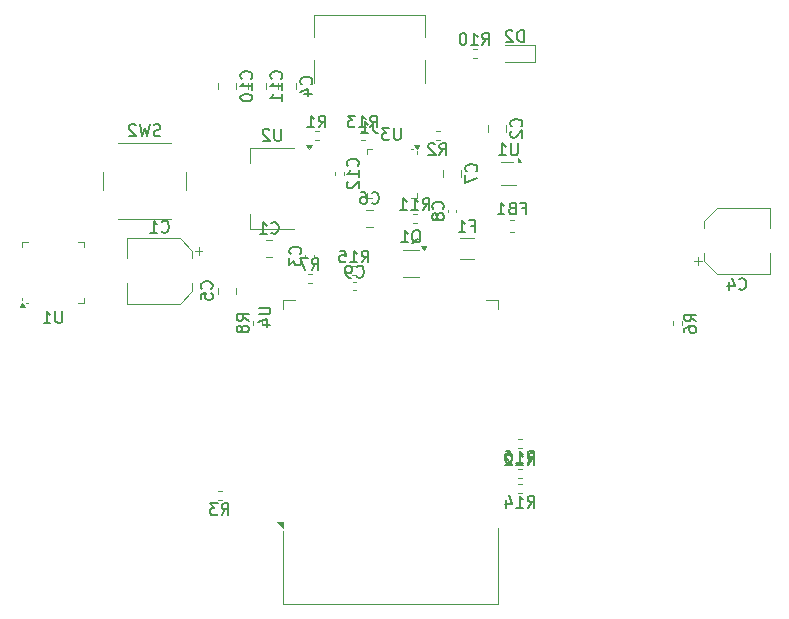
<source format=gbr>
%TF.GenerationSoftware,KiCad,Pcbnew,8.0.4*%
%TF.CreationDate,2024-12-06T19:36:15+01:00*%
%TF.ProjectId,MusicControllerV3,4d757369-6343-46f6-9e74-726f6c6c6572,rev?*%
%TF.SameCoordinates,Original*%
%TF.FileFunction,Legend,Bot*%
%TF.FilePolarity,Positive*%
%FSLAX46Y46*%
G04 Gerber Fmt 4.6, Leading zero omitted, Abs format (unit mm)*
G04 Created by KiCad (PCBNEW 8.0.4) date 2024-12-06 19:36:15*
%MOMM*%
%LPD*%
G01*
G04 APERTURE LIST*
%ADD10C,0.150000*%
%ADD11C,0.120000*%
G04 APERTURE END LIST*
D10*
X143644819Y-50733095D02*
X144454342Y-50733095D01*
X144454342Y-50733095D02*
X144549580Y-50780714D01*
X144549580Y-50780714D02*
X144597200Y-50828333D01*
X144597200Y-50828333D02*
X144644819Y-50923571D01*
X144644819Y-50923571D02*
X144644819Y-51114047D01*
X144644819Y-51114047D02*
X144597200Y-51209285D01*
X144597200Y-51209285D02*
X144549580Y-51256904D01*
X144549580Y-51256904D02*
X144454342Y-51304523D01*
X144454342Y-51304523D02*
X143644819Y-51304523D01*
X143978152Y-52209285D02*
X144644819Y-52209285D01*
X143597200Y-51971190D02*
X144311485Y-51733095D01*
X144311485Y-51733095D02*
X144311485Y-52352142D01*
X152370357Y-46909819D02*
X152703690Y-46433628D01*
X152941785Y-46909819D02*
X152941785Y-45909819D01*
X152941785Y-45909819D02*
X152560833Y-45909819D01*
X152560833Y-45909819D02*
X152465595Y-45957438D01*
X152465595Y-45957438D02*
X152417976Y-46005057D01*
X152417976Y-46005057D02*
X152370357Y-46100295D01*
X152370357Y-46100295D02*
X152370357Y-46243152D01*
X152370357Y-46243152D02*
X152417976Y-46338390D01*
X152417976Y-46338390D02*
X152465595Y-46386009D01*
X152465595Y-46386009D02*
X152560833Y-46433628D01*
X152560833Y-46433628D02*
X152941785Y-46433628D01*
X151417976Y-46909819D02*
X151989404Y-46909819D01*
X151703690Y-46909819D02*
X151703690Y-45909819D01*
X151703690Y-45909819D02*
X151798928Y-46052676D01*
X151798928Y-46052676D02*
X151894166Y-46147914D01*
X151894166Y-46147914D02*
X151989404Y-46195533D01*
X150513214Y-45909819D02*
X150989404Y-45909819D01*
X150989404Y-45909819D02*
X151037023Y-46386009D01*
X151037023Y-46386009D02*
X150989404Y-46338390D01*
X150989404Y-46338390D02*
X150894166Y-46290771D01*
X150894166Y-46290771D02*
X150656071Y-46290771D01*
X150656071Y-46290771D02*
X150560833Y-46338390D01*
X150560833Y-46338390D02*
X150513214Y-46386009D01*
X150513214Y-46386009D02*
X150465595Y-46481247D01*
X150465595Y-46481247D02*
X150465595Y-46719342D01*
X150465595Y-46719342D02*
X150513214Y-46814580D01*
X150513214Y-46814580D02*
X150560833Y-46862200D01*
X150560833Y-46862200D02*
X150656071Y-46909819D01*
X150656071Y-46909819D02*
X150894166Y-46909819D01*
X150894166Y-46909819D02*
X150989404Y-46862200D01*
X150989404Y-46862200D02*
X151037023Y-46814580D01*
X155669404Y-35524819D02*
X155669404Y-36334342D01*
X155669404Y-36334342D02*
X155621785Y-36429580D01*
X155621785Y-36429580D02*
X155574166Y-36477200D01*
X155574166Y-36477200D02*
X155478928Y-36524819D01*
X155478928Y-36524819D02*
X155288452Y-36524819D01*
X155288452Y-36524819D02*
X155193214Y-36477200D01*
X155193214Y-36477200D02*
X155145595Y-36429580D01*
X155145595Y-36429580D02*
X155097976Y-36334342D01*
X155097976Y-36334342D02*
X155097976Y-35524819D01*
X154717023Y-35524819D02*
X154097976Y-35524819D01*
X154097976Y-35524819D02*
X154431309Y-35905771D01*
X154431309Y-35905771D02*
X154288452Y-35905771D01*
X154288452Y-35905771D02*
X154193214Y-35953390D01*
X154193214Y-35953390D02*
X154145595Y-36001009D01*
X154145595Y-36001009D02*
X154097976Y-36096247D01*
X154097976Y-36096247D02*
X154097976Y-36334342D01*
X154097976Y-36334342D02*
X154145595Y-36429580D01*
X154145595Y-36429580D02*
X154193214Y-36477200D01*
X154193214Y-36477200D02*
X154288452Y-36524819D01*
X154288452Y-36524819D02*
X154574166Y-36524819D01*
X154574166Y-36524819D02*
X154669404Y-36477200D01*
X154669404Y-36477200D02*
X154717023Y-36429580D01*
X184316666Y-49144580D02*
X184364285Y-49192200D01*
X184364285Y-49192200D02*
X184507142Y-49239819D01*
X184507142Y-49239819D02*
X184602380Y-49239819D01*
X184602380Y-49239819D02*
X184745237Y-49192200D01*
X184745237Y-49192200D02*
X184840475Y-49096961D01*
X184840475Y-49096961D02*
X184888094Y-49001723D01*
X184888094Y-49001723D02*
X184935713Y-48811247D01*
X184935713Y-48811247D02*
X184935713Y-48668390D01*
X184935713Y-48668390D02*
X184888094Y-48477914D01*
X184888094Y-48477914D02*
X184840475Y-48382676D01*
X184840475Y-48382676D02*
X184745237Y-48287438D01*
X184745237Y-48287438D02*
X184602380Y-48239819D01*
X184602380Y-48239819D02*
X184507142Y-48239819D01*
X184507142Y-48239819D02*
X184364285Y-48287438D01*
X184364285Y-48287438D02*
X184316666Y-48335057D01*
X183459523Y-48573152D02*
X183459523Y-49239819D01*
X183697618Y-48192200D02*
X183935713Y-48906485D01*
X183935713Y-48906485D02*
X183316666Y-48906485D01*
X142794819Y-51865833D02*
X142318628Y-51532500D01*
X142794819Y-51294405D02*
X141794819Y-51294405D01*
X141794819Y-51294405D02*
X141794819Y-51675357D01*
X141794819Y-51675357D02*
X141842438Y-51770595D01*
X141842438Y-51770595D02*
X141890057Y-51818214D01*
X141890057Y-51818214D02*
X141985295Y-51865833D01*
X141985295Y-51865833D02*
X142128152Y-51865833D01*
X142128152Y-51865833D02*
X142223390Y-51818214D01*
X142223390Y-51818214D02*
X142271009Y-51770595D01*
X142271009Y-51770595D02*
X142318628Y-51675357D01*
X142318628Y-51675357D02*
X142318628Y-51294405D01*
X142223390Y-52437262D02*
X142175771Y-52342024D01*
X142175771Y-52342024D02*
X142128152Y-52294405D01*
X142128152Y-52294405D02*
X142032914Y-52246786D01*
X142032914Y-52246786D02*
X141985295Y-52246786D01*
X141985295Y-52246786D02*
X141890057Y-52294405D01*
X141890057Y-52294405D02*
X141842438Y-52342024D01*
X141842438Y-52342024D02*
X141794819Y-52437262D01*
X141794819Y-52437262D02*
X141794819Y-52627738D01*
X141794819Y-52627738D02*
X141842438Y-52722976D01*
X141842438Y-52722976D02*
X141890057Y-52770595D01*
X141890057Y-52770595D02*
X141985295Y-52818214D01*
X141985295Y-52818214D02*
X142032914Y-52818214D01*
X142032914Y-52818214D02*
X142128152Y-52770595D01*
X142128152Y-52770595D02*
X142175771Y-52722976D01*
X142175771Y-52722976D02*
X142223390Y-52627738D01*
X142223390Y-52627738D02*
X142223390Y-52437262D01*
X142223390Y-52437262D02*
X142271009Y-52342024D01*
X142271009Y-52342024D02*
X142318628Y-52294405D01*
X142318628Y-52294405D02*
X142413866Y-52246786D01*
X142413866Y-52246786D02*
X142604342Y-52246786D01*
X142604342Y-52246786D02*
X142699580Y-52294405D01*
X142699580Y-52294405D02*
X142747200Y-52342024D01*
X142747200Y-52342024D02*
X142794819Y-52437262D01*
X142794819Y-52437262D02*
X142794819Y-52627738D01*
X142794819Y-52627738D02*
X142747200Y-52722976D01*
X142747200Y-52722976D02*
X142699580Y-52770595D01*
X142699580Y-52770595D02*
X142604342Y-52818214D01*
X142604342Y-52818214D02*
X142413866Y-52818214D01*
X142413866Y-52818214D02*
X142318628Y-52770595D01*
X142318628Y-52770595D02*
X142271009Y-52722976D01*
X142271009Y-52722976D02*
X142223390Y-52627738D01*
X153080357Y-35479819D02*
X153413690Y-35003628D01*
X153651785Y-35479819D02*
X153651785Y-34479819D01*
X153651785Y-34479819D02*
X153270833Y-34479819D01*
X153270833Y-34479819D02*
X153175595Y-34527438D01*
X153175595Y-34527438D02*
X153127976Y-34575057D01*
X153127976Y-34575057D02*
X153080357Y-34670295D01*
X153080357Y-34670295D02*
X153080357Y-34813152D01*
X153080357Y-34813152D02*
X153127976Y-34908390D01*
X153127976Y-34908390D02*
X153175595Y-34956009D01*
X153175595Y-34956009D02*
X153270833Y-35003628D01*
X153270833Y-35003628D02*
X153651785Y-35003628D01*
X152127976Y-35479819D02*
X152699404Y-35479819D01*
X152413690Y-35479819D02*
X152413690Y-34479819D01*
X152413690Y-34479819D02*
X152508928Y-34622676D01*
X152508928Y-34622676D02*
X152604166Y-34717914D01*
X152604166Y-34717914D02*
X152699404Y-34765533D01*
X151794642Y-34479819D02*
X151175595Y-34479819D01*
X151175595Y-34479819D02*
X151508928Y-34860771D01*
X151508928Y-34860771D02*
X151366071Y-34860771D01*
X151366071Y-34860771D02*
X151270833Y-34908390D01*
X151270833Y-34908390D02*
X151223214Y-34956009D01*
X151223214Y-34956009D02*
X151175595Y-35051247D01*
X151175595Y-35051247D02*
X151175595Y-35289342D01*
X151175595Y-35289342D02*
X151223214Y-35384580D01*
X151223214Y-35384580D02*
X151270833Y-35432200D01*
X151270833Y-35432200D02*
X151366071Y-35479819D01*
X151366071Y-35479819D02*
X151651785Y-35479819D01*
X151651785Y-35479819D02*
X151747023Y-35432200D01*
X151747023Y-35432200D02*
X151794642Y-35384580D01*
X166415357Y-64054819D02*
X166748690Y-63578628D01*
X166986785Y-64054819D02*
X166986785Y-63054819D01*
X166986785Y-63054819D02*
X166605833Y-63054819D01*
X166605833Y-63054819D02*
X166510595Y-63102438D01*
X166510595Y-63102438D02*
X166462976Y-63150057D01*
X166462976Y-63150057D02*
X166415357Y-63245295D01*
X166415357Y-63245295D02*
X166415357Y-63388152D01*
X166415357Y-63388152D02*
X166462976Y-63483390D01*
X166462976Y-63483390D02*
X166510595Y-63531009D01*
X166510595Y-63531009D02*
X166605833Y-63578628D01*
X166605833Y-63578628D02*
X166986785Y-63578628D01*
X165462976Y-64054819D02*
X166034404Y-64054819D01*
X165748690Y-64054819D02*
X165748690Y-63054819D01*
X165748690Y-63054819D02*
X165843928Y-63197676D01*
X165843928Y-63197676D02*
X165939166Y-63292914D01*
X165939166Y-63292914D02*
X166034404Y-63340533D01*
X165082023Y-63150057D02*
X165034404Y-63102438D01*
X165034404Y-63102438D02*
X164939166Y-63054819D01*
X164939166Y-63054819D02*
X164701071Y-63054819D01*
X164701071Y-63054819D02*
X164605833Y-63102438D01*
X164605833Y-63102438D02*
X164558214Y-63150057D01*
X164558214Y-63150057D02*
X164510595Y-63245295D01*
X164510595Y-63245295D02*
X164510595Y-63340533D01*
X164510595Y-63340533D02*
X164558214Y-63483390D01*
X164558214Y-63483390D02*
X165129642Y-64054819D01*
X165129642Y-64054819D02*
X164510595Y-64054819D01*
X148719166Y-35479819D02*
X149052499Y-35003628D01*
X149290594Y-35479819D02*
X149290594Y-34479819D01*
X149290594Y-34479819D02*
X148909642Y-34479819D01*
X148909642Y-34479819D02*
X148814404Y-34527438D01*
X148814404Y-34527438D02*
X148766785Y-34575057D01*
X148766785Y-34575057D02*
X148719166Y-34670295D01*
X148719166Y-34670295D02*
X148719166Y-34813152D01*
X148719166Y-34813152D02*
X148766785Y-34908390D01*
X148766785Y-34908390D02*
X148814404Y-34956009D01*
X148814404Y-34956009D02*
X148909642Y-35003628D01*
X148909642Y-35003628D02*
X149290594Y-35003628D01*
X147766785Y-35479819D02*
X148338213Y-35479819D01*
X148052499Y-35479819D02*
X148052499Y-34479819D01*
X148052499Y-34479819D02*
X148147737Y-34622676D01*
X148147737Y-34622676D02*
X148242975Y-34717914D01*
X148242975Y-34717914D02*
X148338213Y-34765533D01*
X145541904Y-35594819D02*
X145541904Y-36404342D01*
X145541904Y-36404342D02*
X145494285Y-36499580D01*
X145494285Y-36499580D02*
X145446666Y-36547200D01*
X145446666Y-36547200D02*
X145351428Y-36594819D01*
X145351428Y-36594819D02*
X145160952Y-36594819D01*
X145160952Y-36594819D02*
X145065714Y-36547200D01*
X145065714Y-36547200D02*
X145018095Y-36499580D01*
X145018095Y-36499580D02*
X144970476Y-36404342D01*
X144970476Y-36404342D02*
X144970476Y-35594819D01*
X144541904Y-35690057D02*
X144494285Y-35642438D01*
X144494285Y-35642438D02*
X144399047Y-35594819D01*
X144399047Y-35594819D02*
X144160952Y-35594819D01*
X144160952Y-35594819D02*
X144065714Y-35642438D01*
X144065714Y-35642438D02*
X144018095Y-35690057D01*
X144018095Y-35690057D02*
X143970476Y-35785295D01*
X143970476Y-35785295D02*
X143970476Y-35880533D01*
X143970476Y-35880533D02*
X144018095Y-36023390D01*
X144018095Y-36023390D02*
X144589523Y-36594819D01*
X144589523Y-36594819D02*
X143970476Y-36594819D01*
X151931666Y-48094580D02*
X151979285Y-48142200D01*
X151979285Y-48142200D02*
X152122142Y-48189819D01*
X152122142Y-48189819D02*
X152217380Y-48189819D01*
X152217380Y-48189819D02*
X152360237Y-48142200D01*
X152360237Y-48142200D02*
X152455475Y-48046961D01*
X152455475Y-48046961D02*
X152503094Y-47951723D01*
X152503094Y-47951723D02*
X152550713Y-47761247D01*
X152550713Y-47761247D02*
X152550713Y-47618390D01*
X152550713Y-47618390D02*
X152503094Y-47427914D01*
X152503094Y-47427914D02*
X152455475Y-47332676D01*
X152455475Y-47332676D02*
X152360237Y-47237438D01*
X152360237Y-47237438D02*
X152217380Y-47189819D01*
X152217380Y-47189819D02*
X152122142Y-47189819D01*
X152122142Y-47189819D02*
X151979285Y-47237438D01*
X151979285Y-47237438D02*
X151931666Y-47285057D01*
X151455475Y-48189819D02*
X151264999Y-48189819D01*
X151264999Y-48189819D02*
X151169761Y-48142200D01*
X151169761Y-48142200D02*
X151122142Y-48094580D01*
X151122142Y-48094580D02*
X151026904Y-47951723D01*
X151026904Y-47951723D02*
X150979285Y-47761247D01*
X150979285Y-47761247D02*
X150979285Y-47380295D01*
X150979285Y-47380295D02*
X151026904Y-47285057D01*
X151026904Y-47285057D02*
X151074523Y-47237438D01*
X151074523Y-47237438D02*
X151169761Y-47189819D01*
X151169761Y-47189819D02*
X151360237Y-47189819D01*
X151360237Y-47189819D02*
X151455475Y-47237438D01*
X151455475Y-47237438D02*
X151503094Y-47285057D01*
X151503094Y-47285057D02*
X151550713Y-47380295D01*
X151550713Y-47380295D02*
X151550713Y-47618390D01*
X151550713Y-47618390D02*
X151503094Y-47713628D01*
X151503094Y-47713628D02*
X151455475Y-47761247D01*
X151455475Y-47761247D02*
X151360237Y-47808866D01*
X151360237Y-47808866D02*
X151169761Y-47808866D01*
X151169761Y-47808866D02*
X151074523Y-47761247D01*
X151074523Y-47761247D02*
X151026904Y-47713628D01*
X151026904Y-47713628D02*
X150979285Y-47618390D01*
X135421666Y-44284580D02*
X135469285Y-44332200D01*
X135469285Y-44332200D02*
X135612142Y-44379819D01*
X135612142Y-44379819D02*
X135707380Y-44379819D01*
X135707380Y-44379819D02*
X135850237Y-44332200D01*
X135850237Y-44332200D02*
X135945475Y-44236961D01*
X135945475Y-44236961D02*
X135993094Y-44141723D01*
X135993094Y-44141723D02*
X136040713Y-43951247D01*
X136040713Y-43951247D02*
X136040713Y-43808390D01*
X136040713Y-43808390D02*
X135993094Y-43617914D01*
X135993094Y-43617914D02*
X135945475Y-43522676D01*
X135945475Y-43522676D02*
X135850237Y-43427438D01*
X135850237Y-43427438D02*
X135707380Y-43379819D01*
X135707380Y-43379819D02*
X135612142Y-43379819D01*
X135612142Y-43379819D02*
X135469285Y-43427438D01*
X135469285Y-43427438D02*
X135421666Y-43475057D01*
X134469285Y-44379819D02*
X135040713Y-44379819D01*
X134754999Y-44379819D02*
X134754999Y-43379819D01*
X134754999Y-43379819D02*
X134850237Y-43522676D01*
X134850237Y-43522676D02*
X134945475Y-43617914D01*
X134945475Y-43617914D02*
X135040713Y-43665533D01*
X165933333Y-42316009D02*
X166266666Y-42316009D01*
X166266666Y-42839819D02*
X166266666Y-41839819D01*
X166266666Y-41839819D02*
X165790476Y-41839819D01*
X165076190Y-42316009D02*
X164933333Y-42363628D01*
X164933333Y-42363628D02*
X164885714Y-42411247D01*
X164885714Y-42411247D02*
X164838095Y-42506485D01*
X164838095Y-42506485D02*
X164838095Y-42649342D01*
X164838095Y-42649342D02*
X164885714Y-42744580D01*
X164885714Y-42744580D02*
X164933333Y-42792200D01*
X164933333Y-42792200D02*
X165028571Y-42839819D01*
X165028571Y-42839819D02*
X165409523Y-42839819D01*
X165409523Y-42839819D02*
X165409523Y-41839819D01*
X165409523Y-41839819D02*
X165076190Y-41839819D01*
X165076190Y-41839819D02*
X164980952Y-41887438D01*
X164980952Y-41887438D02*
X164933333Y-41935057D01*
X164933333Y-41935057D02*
X164885714Y-42030295D01*
X164885714Y-42030295D02*
X164885714Y-42125533D01*
X164885714Y-42125533D02*
X164933333Y-42220771D01*
X164933333Y-42220771D02*
X164980952Y-42268390D01*
X164980952Y-42268390D02*
X165076190Y-42316009D01*
X165076190Y-42316009D02*
X165409523Y-42316009D01*
X163885714Y-42839819D02*
X164457142Y-42839819D01*
X164171428Y-42839819D02*
X164171428Y-41839819D01*
X164171428Y-41839819D02*
X164266666Y-41982676D01*
X164266666Y-41982676D02*
X164361904Y-42077914D01*
X164361904Y-42077914D02*
X164457142Y-42125533D01*
X148089580Y-31815833D02*
X148137200Y-31768214D01*
X148137200Y-31768214D02*
X148184819Y-31625357D01*
X148184819Y-31625357D02*
X148184819Y-31530119D01*
X148184819Y-31530119D02*
X148137200Y-31387262D01*
X148137200Y-31387262D02*
X148041961Y-31292024D01*
X148041961Y-31292024D02*
X147946723Y-31244405D01*
X147946723Y-31244405D02*
X147756247Y-31196786D01*
X147756247Y-31196786D02*
X147613390Y-31196786D01*
X147613390Y-31196786D02*
X147422914Y-31244405D01*
X147422914Y-31244405D02*
X147327676Y-31292024D01*
X147327676Y-31292024D02*
X147232438Y-31387262D01*
X147232438Y-31387262D02*
X147184819Y-31530119D01*
X147184819Y-31530119D02*
X147184819Y-31625357D01*
X147184819Y-31625357D02*
X147232438Y-31768214D01*
X147232438Y-31768214D02*
X147280057Y-31815833D01*
X147518152Y-32672976D02*
X148184819Y-32672976D01*
X147137200Y-32434881D02*
X147851485Y-32196786D01*
X147851485Y-32196786D02*
X147851485Y-32815833D01*
X152014580Y-38727142D02*
X152062200Y-38679523D01*
X152062200Y-38679523D02*
X152109819Y-38536666D01*
X152109819Y-38536666D02*
X152109819Y-38441428D01*
X152109819Y-38441428D02*
X152062200Y-38298571D01*
X152062200Y-38298571D02*
X151966961Y-38203333D01*
X151966961Y-38203333D02*
X151871723Y-38155714D01*
X151871723Y-38155714D02*
X151681247Y-38108095D01*
X151681247Y-38108095D02*
X151538390Y-38108095D01*
X151538390Y-38108095D02*
X151347914Y-38155714D01*
X151347914Y-38155714D02*
X151252676Y-38203333D01*
X151252676Y-38203333D02*
X151157438Y-38298571D01*
X151157438Y-38298571D02*
X151109819Y-38441428D01*
X151109819Y-38441428D02*
X151109819Y-38536666D01*
X151109819Y-38536666D02*
X151157438Y-38679523D01*
X151157438Y-38679523D02*
X151205057Y-38727142D01*
X152109819Y-39679523D02*
X152109819Y-39108095D01*
X152109819Y-39393809D02*
X151109819Y-39393809D01*
X151109819Y-39393809D02*
X151252676Y-39298571D01*
X151252676Y-39298571D02*
X151347914Y-39203333D01*
X151347914Y-39203333D02*
X151395533Y-39108095D01*
X151205057Y-40060476D02*
X151157438Y-40108095D01*
X151157438Y-40108095D02*
X151109819Y-40203333D01*
X151109819Y-40203333D02*
X151109819Y-40441428D01*
X151109819Y-40441428D02*
X151157438Y-40536666D01*
X151157438Y-40536666D02*
X151205057Y-40584285D01*
X151205057Y-40584285D02*
X151300295Y-40631904D01*
X151300295Y-40631904D02*
X151395533Y-40631904D01*
X151395533Y-40631904D02*
X151538390Y-40584285D01*
X151538390Y-40584285D02*
X152109819Y-40012857D01*
X152109819Y-40012857D02*
X152109819Y-40631904D01*
X162567857Y-28494819D02*
X162901190Y-28018628D01*
X163139285Y-28494819D02*
X163139285Y-27494819D01*
X163139285Y-27494819D02*
X162758333Y-27494819D01*
X162758333Y-27494819D02*
X162663095Y-27542438D01*
X162663095Y-27542438D02*
X162615476Y-27590057D01*
X162615476Y-27590057D02*
X162567857Y-27685295D01*
X162567857Y-27685295D02*
X162567857Y-27828152D01*
X162567857Y-27828152D02*
X162615476Y-27923390D01*
X162615476Y-27923390D02*
X162663095Y-27971009D01*
X162663095Y-27971009D02*
X162758333Y-28018628D01*
X162758333Y-28018628D02*
X163139285Y-28018628D01*
X161615476Y-28494819D02*
X162186904Y-28494819D01*
X161901190Y-28494819D02*
X161901190Y-27494819D01*
X161901190Y-27494819D02*
X161996428Y-27637676D01*
X161996428Y-27637676D02*
X162091666Y-27732914D01*
X162091666Y-27732914D02*
X162186904Y-27780533D01*
X160996428Y-27494819D02*
X160901190Y-27494819D01*
X160901190Y-27494819D02*
X160805952Y-27542438D01*
X160805952Y-27542438D02*
X160758333Y-27590057D01*
X160758333Y-27590057D02*
X160710714Y-27685295D01*
X160710714Y-27685295D02*
X160663095Y-27875771D01*
X160663095Y-27875771D02*
X160663095Y-28113866D01*
X160663095Y-28113866D02*
X160710714Y-28304342D01*
X160710714Y-28304342D02*
X160758333Y-28399580D01*
X160758333Y-28399580D02*
X160805952Y-28447200D01*
X160805952Y-28447200D02*
X160901190Y-28494819D01*
X160901190Y-28494819D02*
X160996428Y-28494819D01*
X160996428Y-28494819D02*
X161091666Y-28447200D01*
X161091666Y-28447200D02*
X161139285Y-28399580D01*
X161139285Y-28399580D02*
X161186904Y-28304342D01*
X161186904Y-28304342D02*
X161234523Y-28113866D01*
X161234523Y-28113866D02*
X161234523Y-27875771D01*
X161234523Y-27875771D02*
X161186904Y-27685295D01*
X161186904Y-27685295D02*
X161139285Y-27590057D01*
X161139285Y-27590057D02*
X161091666Y-27542438D01*
X161091666Y-27542438D02*
X160996428Y-27494819D01*
X166078094Y-28234819D02*
X166078094Y-27234819D01*
X166078094Y-27234819D02*
X165839999Y-27234819D01*
X165839999Y-27234819D02*
X165697142Y-27282438D01*
X165697142Y-27282438D02*
X165601904Y-27377676D01*
X165601904Y-27377676D02*
X165554285Y-27472914D01*
X165554285Y-27472914D02*
X165506666Y-27663390D01*
X165506666Y-27663390D02*
X165506666Y-27806247D01*
X165506666Y-27806247D02*
X165554285Y-27996723D01*
X165554285Y-27996723D02*
X165601904Y-28091961D01*
X165601904Y-28091961D02*
X165697142Y-28187200D01*
X165697142Y-28187200D02*
X165839999Y-28234819D01*
X165839999Y-28234819D02*
X166078094Y-28234819D01*
X165125713Y-27330057D02*
X165078094Y-27282438D01*
X165078094Y-27282438D02*
X164982856Y-27234819D01*
X164982856Y-27234819D02*
X164744761Y-27234819D01*
X164744761Y-27234819D02*
X164649523Y-27282438D01*
X164649523Y-27282438D02*
X164601904Y-27330057D01*
X164601904Y-27330057D02*
X164554285Y-27425295D01*
X164554285Y-27425295D02*
X164554285Y-27520533D01*
X164554285Y-27520533D02*
X164601904Y-27663390D01*
X164601904Y-27663390D02*
X165173332Y-28234819D01*
X165173332Y-28234819D02*
X164554285Y-28234819D01*
X153333333Y-34944819D02*
X153333333Y-35659104D01*
X153333333Y-35659104D02*
X153380952Y-35801961D01*
X153380952Y-35801961D02*
X153476190Y-35897200D01*
X153476190Y-35897200D02*
X153619047Y-35944819D01*
X153619047Y-35944819D02*
X153714285Y-35944819D01*
X152333333Y-35944819D02*
X152904761Y-35944819D01*
X152619047Y-35944819D02*
X152619047Y-34944819D01*
X152619047Y-34944819D02*
X152714285Y-35087676D01*
X152714285Y-35087676D02*
X152809523Y-35182914D01*
X152809523Y-35182914D02*
X152904761Y-35230533D01*
X159219580Y-42378333D02*
X159267200Y-42330714D01*
X159267200Y-42330714D02*
X159314819Y-42187857D01*
X159314819Y-42187857D02*
X159314819Y-42092619D01*
X159314819Y-42092619D02*
X159267200Y-41949762D01*
X159267200Y-41949762D02*
X159171961Y-41854524D01*
X159171961Y-41854524D02*
X159076723Y-41806905D01*
X159076723Y-41806905D02*
X158886247Y-41759286D01*
X158886247Y-41759286D02*
X158743390Y-41759286D01*
X158743390Y-41759286D02*
X158552914Y-41806905D01*
X158552914Y-41806905D02*
X158457676Y-41854524D01*
X158457676Y-41854524D02*
X158362438Y-41949762D01*
X158362438Y-41949762D02*
X158314819Y-42092619D01*
X158314819Y-42092619D02*
X158314819Y-42187857D01*
X158314819Y-42187857D02*
X158362438Y-42330714D01*
X158362438Y-42330714D02*
X158410057Y-42378333D01*
X158743390Y-42949762D02*
X158695771Y-42854524D01*
X158695771Y-42854524D02*
X158648152Y-42806905D01*
X158648152Y-42806905D02*
X158552914Y-42759286D01*
X158552914Y-42759286D02*
X158505295Y-42759286D01*
X158505295Y-42759286D02*
X158410057Y-42806905D01*
X158410057Y-42806905D02*
X158362438Y-42854524D01*
X158362438Y-42854524D02*
X158314819Y-42949762D01*
X158314819Y-42949762D02*
X158314819Y-43140238D01*
X158314819Y-43140238D02*
X158362438Y-43235476D01*
X158362438Y-43235476D02*
X158410057Y-43283095D01*
X158410057Y-43283095D02*
X158505295Y-43330714D01*
X158505295Y-43330714D02*
X158552914Y-43330714D01*
X158552914Y-43330714D02*
X158648152Y-43283095D01*
X158648152Y-43283095D02*
X158695771Y-43235476D01*
X158695771Y-43235476D02*
X158743390Y-43140238D01*
X158743390Y-43140238D02*
X158743390Y-42949762D01*
X158743390Y-42949762D02*
X158791009Y-42854524D01*
X158791009Y-42854524D02*
X158838628Y-42806905D01*
X158838628Y-42806905D02*
X158933866Y-42759286D01*
X158933866Y-42759286D02*
X159124342Y-42759286D01*
X159124342Y-42759286D02*
X159219580Y-42806905D01*
X159219580Y-42806905D02*
X159267200Y-42854524D01*
X159267200Y-42854524D02*
X159314819Y-42949762D01*
X159314819Y-42949762D02*
X159314819Y-43140238D01*
X159314819Y-43140238D02*
X159267200Y-43235476D01*
X159267200Y-43235476D02*
X159219580Y-43283095D01*
X159219580Y-43283095D02*
X159124342Y-43330714D01*
X159124342Y-43330714D02*
X158933866Y-43330714D01*
X158933866Y-43330714D02*
X158838628Y-43283095D01*
X158838628Y-43283095D02*
X158791009Y-43235476D01*
X158791009Y-43235476D02*
X158743390Y-43140238D01*
X180694819Y-51903333D02*
X180218628Y-51570000D01*
X180694819Y-51331905D02*
X179694819Y-51331905D01*
X179694819Y-51331905D02*
X179694819Y-51712857D01*
X179694819Y-51712857D02*
X179742438Y-51808095D01*
X179742438Y-51808095D02*
X179790057Y-51855714D01*
X179790057Y-51855714D02*
X179885295Y-51903333D01*
X179885295Y-51903333D02*
X180028152Y-51903333D01*
X180028152Y-51903333D02*
X180123390Y-51855714D01*
X180123390Y-51855714D02*
X180171009Y-51808095D01*
X180171009Y-51808095D02*
X180218628Y-51712857D01*
X180218628Y-51712857D02*
X180218628Y-51331905D01*
X179694819Y-52760476D02*
X179694819Y-52570000D01*
X179694819Y-52570000D02*
X179742438Y-52474762D01*
X179742438Y-52474762D02*
X179790057Y-52427143D01*
X179790057Y-52427143D02*
X179932914Y-52331905D01*
X179932914Y-52331905D02*
X180123390Y-52284286D01*
X180123390Y-52284286D02*
X180504342Y-52284286D01*
X180504342Y-52284286D02*
X180599580Y-52331905D01*
X180599580Y-52331905D02*
X180647200Y-52379524D01*
X180647200Y-52379524D02*
X180694819Y-52474762D01*
X180694819Y-52474762D02*
X180694819Y-52665238D01*
X180694819Y-52665238D02*
X180647200Y-52760476D01*
X180647200Y-52760476D02*
X180599580Y-52808095D01*
X180599580Y-52808095D02*
X180504342Y-52855714D01*
X180504342Y-52855714D02*
X180266247Y-52855714D01*
X180266247Y-52855714D02*
X180171009Y-52808095D01*
X180171009Y-52808095D02*
X180123390Y-52760476D01*
X180123390Y-52760476D02*
X180075771Y-52665238D01*
X180075771Y-52665238D02*
X180075771Y-52474762D01*
X180075771Y-52474762D02*
X180123390Y-52379524D01*
X180123390Y-52379524D02*
X180171009Y-52331905D01*
X180171009Y-52331905D02*
X180266247Y-52284286D01*
X161623333Y-43831009D02*
X161956666Y-43831009D01*
X161956666Y-44354819D02*
X161956666Y-43354819D01*
X161956666Y-43354819D02*
X161480476Y-43354819D01*
X160575714Y-44354819D02*
X161147142Y-44354819D01*
X160861428Y-44354819D02*
X160861428Y-43354819D01*
X160861428Y-43354819D02*
X160956666Y-43497676D01*
X160956666Y-43497676D02*
X161051904Y-43592914D01*
X161051904Y-43592914D02*
X161147142Y-43640533D01*
X148121666Y-47544819D02*
X148454999Y-47068628D01*
X148693094Y-47544819D02*
X148693094Y-46544819D01*
X148693094Y-46544819D02*
X148312142Y-46544819D01*
X148312142Y-46544819D02*
X148216904Y-46592438D01*
X148216904Y-46592438D02*
X148169285Y-46640057D01*
X148169285Y-46640057D02*
X148121666Y-46735295D01*
X148121666Y-46735295D02*
X148121666Y-46878152D01*
X148121666Y-46878152D02*
X148169285Y-46973390D01*
X148169285Y-46973390D02*
X148216904Y-47021009D01*
X148216904Y-47021009D02*
X148312142Y-47068628D01*
X148312142Y-47068628D02*
X148693094Y-47068628D01*
X147788332Y-46544819D02*
X147121666Y-46544819D01*
X147121666Y-46544819D02*
X147550237Y-47544819D01*
X147154580Y-46188333D02*
X147202200Y-46140714D01*
X147202200Y-46140714D02*
X147249819Y-45997857D01*
X147249819Y-45997857D02*
X147249819Y-45902619D01*
X147249819Y-45902619D02*
X147202200Y-45759762D01*
X147202200Y-45759762D02*
X147106961Y-45664524D01*
X147106961Y-45664524D02*
X147011723Y-45616905D01*
X147011723Y-45616905D02*
X146821247Y-45569286D01*
X146821247Y-45569286D02*
X146678390Y-45569286D01*
X146678390Y-45569286D02*
X146487914Y-45616905D01*
X146487914Y-45616905D02*
X146392676Y-45664524D01*
X146392676Y-45664524D02*
X146297438Y-45759762D01*
X146297438Y-45759762D02*
X146249819Y-45902619D01*
X146249819Y-45902619D02*
X146249819Y-45997857D01*
X146249819Y-45997857D02*
X146297438Y-46140714D01*
X146297438Y-46140714D02*
X146345057Y-46188333D01*
X146249819Y-46521667D02*
X146249819Y-47140714D01*
X146249819Y-47140714D02*
X146630771Y-46807381D01*
X146630771Y-46807381D02*
X146630771Y-46950238D01*
X146630771Y-46950238D02*
X146678390Y-47045476D01*
X146678390Y-47045476D02*
X146726009Y-47093095D01*
X146726009Y-47093095D02*
X146821247Y-47140714D01*
X146821247Y-47140714D02*
X147059342Y-47140714D01*
X147059342Y-47140714D02*
X147154580Y-47093095D01*
X147154580Y-47093095D02*
X147202200Y-47045476D01*
X147202200Y-47045476D02*
X147249819Y-46950238D01*
X147249819Y-46950238D02*
X147249819Y-46664524D01*
X147249819Y-46664524D02*
X147202200Y-46569286D01*
X147202200Y-46569286D02*
X147154580Y-46521667D01*
X153201666Y-41859580D02*
X153249285Y-41907200D01*
X153249285Y-41907200D02*
X153392142Y-41954819D01*
X153392142Y-41954819D02*
X153487380Y-41954819D01*
X153487380Y-41954819D02*
X153630237Y-41907200D01*
X153630237Y-41907200D02*
X153725475Y-41811961D01*
X153725475Y-41811961D02*
X153773094Y-41716723D01*
X153773094Y-41716723D02*
X153820713Y-41526247D01*
X153820713Y-41526247D02*
X153820713Y-41383390D01*
X153820713Y-41383390D02*
X153773094Y-41192914D01*
X153773094Y-41192914D02*
X153725475Y-41097676D01*
X153725475Y-41097676D02*
X153630237Y-41002438D01*
X153630237Y-41002438D02*
X153487380Y-40954819D01*
X153487380Y-40954819D02*
X153392142Y-40954819D01*
X153392142Y-40954819D02*
X153249285Y-41002438D01*
X153249285Y-41002438D02*
X153201666Y-41050057D01*
X152344523Y-40954819D02*
X152534999Y-40954819D01*
X152534999Y-40954819D02*
X152630237Y-41002438D01*
X152630237Y-41002438D02*
X152677856Y-41050057D01*
X152677856Y-41050057D02*
X152773094Y-41192914D01*
X152773094Y-41192914D02*
X152820713Y-41383390D01*
X152820713Y-41383390D02*
X152820713Y-41764342D01*
X152820713Y-41764342D02*
X152773094Y-41859580D01*
X152773094Y-41859580D02*
X152725475Y-41907200D01*
X152725475Y-41907200D02*
X152630237Y-41954819D01*
X152630237Y-41954819D02*
X152439761Y-41954819D01*
X152439761Y-41954819D02*
X152344523Y-41907200D01*
X152344523Y-41907200D02*
X152296904Y-41859580D01*
X152296904Y-41859580D02*
X152249285Y-41764342D01*
X152249285Y-41764342D02*
X152249285Y-41526247D01*
X152249285Y-41526247D02*
X152296904Y-41431009D01*
X152296904Y-41431009D02*
X152344523Y-41383390D01*
X152344523Y-41383390D02*
X152439761Y-41335771D01*
X152439761Y-41335771D02*
X152630237Y-41335771D01*
X152630237Y-41335771D02*
X152725475Y-41383390D01*
X152725475Y-41383390D02*
X152773094Y-41431009D01*
X152773094Y-41431009D02*
X152820713Y-41526247D01*
X144714166Y-44399580D02*
X144761785Y-44447200D01*
X144761785Y-44447200D02*
X144904642Y-44494819D01*
X144904642Y-44494819D02*
X144999880Y-44494819D01*
X144999880Y-44494819D02*
X145142737Y-44447200D01*
X145142737Y-44447200D02*
X145237975Y-44351961D01*
X145237975Y-44351961D02*
X145285594Y-44256723D01*
X145285594Y-44256723D02*
X145333213Y-44066247D01*
X145333213Y-44066247D02*
X145333213Y-43923390D01*
X145333213Y-43923390D02*
X145285594Y-43732914D01*
X145285594Y-43732914D02*
X145237975Y-43637676D01*
X145237975Y-43637676D02*
X145142737Y-43542438D01*
X145142737Y-43542438D02*
X144999880Y-43494819D01*
X144999880Y-43494819D02*
X144904642Y-43494819D01*
X144904642Y-43494819D02*
X144761785Y-43542438D01*
X144761785Y-43542438D02*
X144714166Y-43590057D01*
X143761785Y-44494819D02*
X144333213Y-44494819D01*
X144047499Y-44494819D02*
X144047499Y-43494819D01*
X144047499Y-43494819D02*
X144142737Y-43637676D01*
X144142737Y-43637676D02*
X144237975Y-43732914D01*
X144237975Y-43732914D02*
X144333213Y-43780533D01*
X139649580Y-49130833D02*
X139697200Y-49083214D01*
X139697200Y-49083214D02*
X139744819Y-48940357D01*
X139744819Y-48940357D02*
X139744819Y-48845119D01*
X139744819Y-48845119D02*
X139697200Y-48702262D01*
X139697200Y-48702262D02*
X139601961Y-48607024D01*
X139601961Y-48607024D02*
X139506723Y-48559405D01*
X139506723Y-48559405D02*
X139316247Y-48511786D01*
X139316247Y-48511786D02*
X139173390Y-48511786D01*
X139173390Y-48511786D02*
X138982914Y-48559405D01*
X138982914Y-48559405D02*
X138887676Y-48607024D01*
X138887676Y-48607024D02*
X138792438Y-48702262D01*
X138792438Y-48702262D02*
X138744819Y-48845119D01*
X138744819Y-48845119D02*
X138744819Y-48940357D01*
X138744819Y-48940357D02*
X138792438Y-49083214D01*
X138792438Y-49083214D02*
X138840057Y-49130833D01*
X138744819Y-50035595D02*
X138744819Y-49559405D01*
X138744819Y-49559405D02*
X139221009Y-49511786D01*
X139221009Y-49511786D02*
X139173390Y-49559405D01*
X139173390Y-49559405D02*
X139125771Y-49654643D01*
X139125771Y-49654643D02*
X139125771Y-49892738D01*
X139125771Y-49892738D02*
X139173390Y-49987976D01*
X139173390Y-49987976D02*
X139221009Y-50035595D01*
X139221009Y-50035595D02*
X139316247Y-50083214D01*
X139316247Y-50083214D02*
X139554342Y-50083214D01*
X139554342Y-50083214D02*
X139649580Y-50035595D01*
X139649580Y-50035595D02*
X139697200Y-49987976D01*
X139697200Y-49987976D02*
X139744819Y-49892738D01*
X139744819Y-49892738D02*
X139744819Y-49654643D01*
X139744819Y-49654643D02*
X139697200Y-49559405D01*
X139697200Y-49559405D02*
X139649580Y-49511786D01*
X166415357Y-63854819D02*
X166748690Y-63378628D01*
X166986785Y-63854819D02*
X166986785Y-62854819D01*
X166986785Y-62854819D02*
X166605833Y-62854819D01*
X166605833Y-62854819D02*
X166510595Y-62902438D01*
X166510595Y-62902438D02*
X166462976Y-62950057D01*
X166462976Y-62950057D02*
X166415357Y-63045295D01*
X166415357Y-63045295D02*
X166415357Y-63188152D01*
X166415357Y-63188152D02*
X166462976Y-63283390D01*
X166462976Y-63283390D02*
X166510595Y-63331009D01*
X166510595Y-63331009D02*
X166605833Y-63378628D01*
X166605833Y-63378628D02*
X166986785Y-63378628D01*
X165462976Y-63854819D02*
X166034404Y-63854819D01*
X165748690Y-63854819D02*
X165748690Y-62854819D01*
X165748690Y-62854819D02*
X165843928Y-62997676D01*
X165843928Y-62997676D02*
X165939166Y-63092914D01*
X165939166Y-63092914D02*
X166034404Y-63140533D01*
X164605833Y-62854819D02*
X164796309Y-62854819D01*
X164796309Y-62854819D02*
X164891547Y-62902438D01*
X164891547Y-62902438D02*
X164939166Y-62950057D01*
X164939166Y-62950057D02*
X165034404Y-63092914D01*
X165034404Y-63092914D02*
X165082023Y-63283390D01*
X165082023Y-63283390D02*
X165082023Y-63664342D01*
X165082023Y-63664342D02*
X165034404Y-63759580D01*
X165034404Y-63759580D02*
X164986785Y-63807200D01*
X164986785Y-63807200D02*
X164891547Y-63854819D01*
X164891547Y-63854819D02*
X164701071Y-63854819D01*
X164701071Y-63854819D02*
X164605833Y-63807200D01*
X164605833Y-63807200D02*
X164558214Y-63759580D01*
X164558214Y-63759580D02*
X164510595Y-63664342D01*
X164510595Y-63664342D02*
X164510595Y-63426247D01*
X164510595Y-63426247D02*
X164558214Y-63331009D01*
X164558214Y-63331009D02*
X164605833Y-63283390D01*
X164605833Y-63283390D02*
X164701071Y-63235771D01*
X164701071Y-63235771D02*
X164891547Y-63235771D01*
X164891547Y-63235771D02*
X164986785Y-63283390D01*
X164986785Y-63283390D02*
X165034404Y-63331009D01*
X165034404Y-63331009D02*
X165082023Y-63426247D01*
X127006904Y-51029819D02*
X127006904Y-51839342D01*
X127006904Y-51839342D02*
X126959285Y-51934580D01*
X126959285Y-51934580D02*
X126911666Y-51982200D01*
X126911666Y-51982200D02*
X126816428Y-52029819D01*
X126816428Y-52029819D02*
X126625952Y-52029819D01*
X126625952Y-52029819D02*
X126530714Y-51982200D01*
X126530714Y-51982200D02*
X126483095Y-51934580D01*
X126483095Y-51934580D02*
X126435476Y-51839342D01*
X126435476Y-51839342D02*
X126435476Y-51029819D01*
X125435476Y-52029819D02*
X126006904Y-52029819D01*
X125721190Y-52029819D02*
X125721190Y-51029819D01*
X125721190Y-51029819D02*
X125816428Y-51172676D01*
X125816428Y-51172676D02*
X125911666Y-51267914D01*
X125911666Y-51267914D02*
X126006904Y-51315533D01*
X158954166Y-37819819D02*
X159287499Y-37343628D01*
X159525594Y-37819819D02*
X159525594Y-36819819D01*
X159525594Y-36819819D02*
X159144642Y-36819819D01*
X159144642Y-36819819D02*
X159049404Y-36867438D01*
X159049404Y-36867438D02*
X159001785Y-36915057D01*
X159001785Y-36915057D02*
X158954166Y-37010295D01*
X158954166Y-37010295D02*
X158954166Y-37153152D01*
X158954166Y-37153152D02*
X159001785Y-37248390D01*
X159001785Y-37248390D02*
X159049404Y-37296009D01*
X159049404Y-37296009D02*
X159144642Y-37343628D01*
X159144642Y-37343628D02*
X159525594Y-37343628D01*
X158573213Y-36915057D02*
X158525594Y-36867438D01*
X158525594Y-36867438D02*
X158430356Y-36819819D01*
X158430356Y-36819819D02*
X158192261Y-36819819D01*
X158192261Y-36819819D02*
X158097023Y-36867438D01*
X158097023Y-36867438D02*
X158049404Y-36915057D01*
X158049404Y-36915057D02*
X158001785Y-37010295D01*
X158001785Y-37010295D02*
X158001785Y-37105533D01*
X158001785Y-37105533D02*
X158049404Y-37248390D01*
X158049404Y-37248390D02*
X158620832Y-37819819D01*
X158620832Y-37819819D02*
X158001785Y-37819819D01*
X165869580Y-35393333D02*
X165917200Y-35345714D01*
X165917200Y-35345714D02*
X165964819Y-35202857D01*
X165964819Y-35202857D02*
X165964819Y-35107619D01*
X165964819Y-35107619D02*
X165917200Y-34964762D01*
X165917200Y-34964762D02*
X165821961Y-34869524D01*
X165821961Y-34869524D02*
X165726723Y-34821905D01*
X165726723Y-34821905D02*
X165536247Y-34774286D01*
X165536247Y-34774286D02*
X165393390Y-34774286D01*
X165393390Y-34774286D02*
X165202914Y-34821905D01*
X165202914Y-34821905D02*
X165107676Y-34869524D01*
X165107676Y-34869524D02*
X165012438Y-34964762D01*
X165012438Y-34964762D02*
X164964819Y-35107619D01*
X164964819Y-35107619D02*
X164964819Y-35202857D01*
X164964819Y-35202857D02*
X165012438Y-35345714D01*
X165012438Y-35345714D02*
X165060057Y-35393333D01*
X165060057Y-35774286D02*
X165012438Y-35821905D01*
X165012438Y-35821905D02*
X164964819Y-35917143D01*
X164964819Y-35917143D02*
X164964819Y-36155238D01*
X164964819Y-36155238D02*
X165012438Y-36250476D01*
X165012438Y-36250476D02*
X165060057Y-36298095D01*
X165060057Y-36298095D02*
X165155295Y-36345714D01*
X165155295Y-36345714D02*
X165250533Y-36345714D01*
X165250533Y-36345714D02*
X165393390Y-36298095D01*
X165393390Y-36298095D02*
X165964819Y-35726667D01*
X165964819Y-35726667D02*
X165964819Y-36345714D01*
X166415357Y-67664819D02*
X166748690Y-67188628D01*
X166986785Y-67664819D02*
X166986785Y-66664819D01*
X166986785Y-66664819D02*
X166605833Y-66664819D01*
X166605833Y-66664819D02*
X166510595Y-66712438D01*
X166510595Y-66712438D02*
X166462976Y-66760057D01*
X166462976Y-66760057D02*
X166415357Y-66855295D01*
X166415357Y-66855295D02*
X166415357Y-66998152D01*
X166415357Y-66998152D02*
X166462976Y-67093390D01*
X166462976Y-67093390D02*
X166510595Y-67141009D01*
X166510595Y-67141009D02*
X166605833Y-67188628D01*
X166605833Y-67188628D02*
X166986785Y-67188628D01*
X165462976Y-67664819D02*
X166034404Y-67664819D01*
X165748690Y-67664819D02*
X165748690Y-66664819D01*
X165748690Y-66664819D02*
X165843928Y-66807676D01*
X165843928Y-66807676D02*
X165939166Y-66902914D01*
X165939166Y-66902914D02*
X166034404Y-66950533D01*
X164605833Y-66998152D02*
X164605833Y-67664819D01*
X164843928Y-66617200D02*
X165082023Y-67331485D01*
X165082023Y-67331485D02*
X164462976Y-67331485D01*
X157525357Y-42464819D02*
X157858690Y-41988628D01*
X158096785Y-42464819D02*
X158096785Y-41464819D01*
X158096785Y-41464819D02*
X157715833Y-41464819D01*
X157715833Y-41464819D02*
X157620595Y-41512438D01*
X157620595Y-41512438D02*
X157572976Y-41560057D01*
X157572976Y-41560057D02*
X157525357Y-41655295D01*
X157525357Y-41655295D02*
X157525357Y-41798152D01*
X157525357Y-41798152D02*
X157572976Y-41893390D01*
X157572976Y-41893390D02*
X157620595Y-41941009D01*
X157620595Y-41941009D02*
X157715833Y-41988628D01*
X157715833Y-41988628D02*
X158096785Y-41988628D01*
X156572976Y-42464819D02*
X157144404Y-42464819D01*
X156858690Y-42464819D02*
X156858690Y-41464819D01*
X156858690Y-41464819D02*
X156953928Y-41607676D01*
X156953928Y-41607676D02*
X157049166Y-41702914D01*
X157049166Y-41702914D02*
X157144404Y-41750533D01*
X155620595Y-42464819D02*
X156192023Y-42464819D01*
X155906309Y-42464819D02*
X155906309Y-41464819D01*
X155906309Y-41464819D02*
X156001547Y-41607676D01*
X156001547Y-41607676D02*
X156096785Y-41702914D01*
X156096785Y-41702914D02*
X156192023Y-41750533D01*
X162059580Y-39203333D02*
X162107200Y-39155714D01*
X162107200Y-39155714D02*
X162154819Y-39012857D01*
X162154819Y-39012857D02*
X162154819Y-38917619D01*
X162154819Y-38917619D02*
X162107200Y-38774762D01*
X162107200Y-38774762D02*
X162011961Y-38679524D01*
X162011961Y-38679524D02*
X161916723Y-38631905D01*
X161916723Y-38631905D02*
X161726247Y-38584286D01*
X161726247Y-38584286D02*
X161583390Y-38584286D01*
X161583390Y-38584286D02*
X161392914Y-38631905D01*
X161392914Y-38631905D02*
X161297676Y-38679524D01*
X161297676Y-38679524D02*
X161202438Y-38774762D01*
X161202438Y-38774762D02*
X161154819Y-38917619D01*
X161154819Y-38917619D02*
X161154819Y-39012857D01*
X161154819Y-39012857D02*
X161202438Y-39155714D01*
X161202438Y-39155714D02*
X161250057Y-39203333D01*
X161154819Y-39536667D02*
X161154819Y-40203333D01*
X161154819Y-40203333D02*
X162154819Y-39774762D01*
X145549580Y-31339642D02*
X145597200Y-31292023D01*
X145597200Y-31292023D02*
X145644819Y-31149166D01*
X145644819Y-31149166D02*
X145644819Y-31053928D01*
X145644819Y-31053928D02*
X145597200Y-30911071D01*
X145597200Y-30911071D02*
X145501961Y-30815833D01*
X145501961Y-30815833D02*
X145406723Y-30768214D01*
X145406723Y-30768214D02*
X145216247Y-30720595D01*
X145216247Y-30720595D02*
X145073390Y-30720595D01*
X145073390Y-30720595D02*
X144882914Y-30768214D01*
X144882914Y-30768214D02*
X144787676Y-30815833D01*
X144787676Y-30815833D02*
X144692438Y-30911071D01*
X144692438Y-30911071D02*
X144644819Y-31053928D01*
X144644819Y-31053928D02*
X144644819Y-31149166D01*
X144644819Y-31149166D02*
X144692438Y-31292023D01*
X144692438Y-31292023D02*
X144740057Y-31339642D01*
X145644819Y-32292023D02*
X145644819Y-31720595D01*
X145644819Y-32006309D02*
X144644819Y-32006309D01*
X144644819Y-32006309D02*
X144787676Y-31911071D01*
X144787676Y-31911071D02*
X144882914Y-31815833D01*
X144882914Y-31815833D02*
X144930533Y-31720595D01*
X145644819Y-33244404D02*
X145644819Y-32672976D01*
X145644819Y-32958690D02*
X144644819Y-32958690D01*
X144644819Y-32958690D02*
X144787676Y-32863452D01*
X144787676Y-32863452D02*
X144882914Y-32768214D01*
X144882914Y-32768214D02*
X144930533Y-32672976D01*
X140501666Y-68299819D02*
X140834999Y-67823628D01*
X141073094Y-68299819D02*
X141073094Y-67299819D01*
X141073094Y-67299819D02*
X140692142Y-67299819D01*
X140692142Y-67299819D02*
X140596904Y-67347438D01*
X140596904Y-67347438D02*
X140549285Y-67395057D01*
X140549285Y-67395057D02*
X140501666Y-67490295D01*
X140501666Y-67490295D02*
X140501666Y-67633152D01*
X140501666Y-67633152D02*
X140549285Y-67728390D01*
X140549285Y-67728390D02*
X140596904Y-67776009D01*
X140596904Y-67776009D02*
X140692142Y-67823628D01*
X140692142Y-67823628D02*
X141073094Y-67823628D01*
X140168332Y-67299819D02*
X139549285Y-67299819D01*
X139549285Y-67299819D02*
X139882618Y-67680771D01*
X139882618Y-67680771D02*
X139739761Y-67680771D01*
X139739761Y-67680771D02*
X139644523Y-67728390D01*
X139644523Y-67728390D02*
X139596904Y-67776009D01*
X139596904Y-67776009D02*
X139549285Y-67871247D01*
X139549285Y-67871247D02*
X139549285Y-68109342D01*
X139549285Y-68109342D02*
X139596904Y-68204580D01*
X139596904Y-68204580D02*
X139644523Y-68252200D01*
X139644523Y-68252200D02*
X139739761Y-68299819D01*
X139739761Y-68299819D02*
X140025475Y-68299819D01*
X140025475Y-68299819D02*
X140120713Y-68252200D01*
X140120713Y-68252200D02*
X140168332Y-68204580D01*
X143009580Y-31339642D02*
X143057200Y-31292023D01*
X143057200Y-31292023D02*
X143104819Y-31149166D01*
X143104819Y-31149166D02*
X143104819Y-31053928D01*
X143104819Y-31053928D02*
X143057200Y-30911071D01*
X143057200Y-30911071D02*
X142961961Y-30815833D01*
X142961961Y-30815833D02*
X142866723Y-30768214D01*
X142866723Y-30768214D02*
X142676247Y-30720595D01*
X142676247Y-30720595D02*
X142533390Y-30720595D01*
X142533390Y-30720595D02*
X142342914Y-30768214D01*
X142342914Y-30768214D02*
X142247676Y-30815833D01*
X142247676Y-30815833D02*
X142152438Y-30911071D01*
X142152438Y-30911071D02*
X142104819Y-31053928D01*
X142104819Y-31053928D02*
X142104819Y-31149166D01*
X142104819Y-31149166D02*
X142152438Y-31292023D01*
X142152438Y-31292023D02*
X142200057Y-31339642D01*
X143104819Y-32292023D02*
X143104819Y-31720595D01*
X143104819Y-32006309D02*
X142104819Y-32006309D01*
X142104819Y-32006309D02*
X142247676Y-31911071D01*
X142247676Y-31911071D02*
X142342914Y-31815833D01*
X142342914Y-31815833D02*
X142390533Y-31720595D01*
X142104819Y-32911071D02*
X142104819Y-33006309D01*
X142104819Y-33006309D02*
X142152438Y-33101547D01*
X142152438Y-33101547D02*
X142200057Y-33149166D01*
X142200057Y-33149166D02*
X142295295Y-33196785D01*
X142295295Y-33196785D02*
X142485771Y-33244404D01*
X142485771Y-33244404D02*
X142723866Y-33244404D01*
X142723866Y-33244404D02*
X142914342Y-33196785D01*
X142914342Y-33196785D02*
X143009580Y-33149166D01*
X143009580Y-33149166D02*
X143057200Y-33101547D01*
X143057200Y-33101547D02*
X143104819Y-33006309D01*
X143104819Y-33006309D02*
X143104819Y-32911071D01*
X143104819Y-32911071D02*
X143057200Y-32815833D01*
X143057200Y-32815833D02*
X143009580Y-32768214D01*
X143009580Y-32768214D02*
X142914342Y-32720595D01*
X142914342Y-32720595D02*
X142723866Y-32672976D01*
X142723866Y-32672976D02*
X142485771Y-32672976D01*
X142485771Y-32672976D02*
X142295295Y-32720595D01*
X142295295Y-32720595D02*
X142200057Y-32768214D01*
X142200057Y-32768214D02*
X142152438Y-32815833D01*
X142152438Y-32815833D02*
X142104819Y-32911071D01*
X165571904Y-36824819D02*
X165571904Y-37634342D01*
X165571904Y-37634342D02*
X165524285Y-37729580D01*
X165524285Y-37729580D02*
X165476666Y-37777200D01*
X165476666Y-37777200D02*
X165381428Y-37824819D01*
X165381428Y-37824819D02*
X165190952Y-37824819D01*
X165190952Y-37824819D02*
X165095714Y-37777200D01*
X165095714Y-37777200D02*
X165048095Y-37729580D01*
X165048095Y-37729580D02*
X165000476Y-37634342D01*
X165000476Y-37634342D02*
X165000476Y-36824819D01*
X164000476Y-37824819D02*
X164571904Y-37824819D01*
X164286190Y-37824819D02*
X164286190Y-36824819D01*
X164286190Y-36824819D02*
X164381428Y-36967676D01*
X164381428Y-36967676D02*
X164476666Y-37062914D01*
X164476666Y-37062914D02*
X164571904Y-37110533D01*
X135318332Y-36162200D02*
X135175475Y-36209819D01*
X135175475Y-36209819D02*
X134937380Y-36209819D01*
X134937380Y-36209819D02*
X134842142Y-36162200D01*
X134842142Y-36162200D02*
X134794523Y-36114580D01*
X134794523Y-36114580D02*
X134746904Y-36019342D01*
X134746904Y-36019342D02*
X134746904Y-35924104D01*
X134746904Y-35924104D02*
X134794523Y-35828866D01*
X134794523Y-35828866D02*
X134842142Y-35781247D01*
X134842142Y-35781247D02*
X134937380Y-35733628D01*
X134937380Y-35733628D02*
X135127856Y-35686009D01*
X135127856Y-35686009D02*
X135223094Y-35638390D01*
X135223094Y-35638390D02*
X135270713Y-35590771D01*
X135270713Y-35590771D02*
X135318332Y-35495533D01*
X135318332Y-35495533D02*
X135318332Y-35400295D01*
X135318332Y-35400295D02*
X135270713Y-35305057D01*
X135270713Y-35305057D02*
X135223094Y-35257438D01*
X135223094Y-35257438D02*
X135127856Y-35209819D01*
X135127856Y-35209819D02*
X134889761Y-35209819D01*
X134889761Y-35209819D02*
X134746904Y-35257438D01*
X134413570Y-35209819D02*
X134175475Y-36209819D01*
X134175475Y-36209819D02*
X133984999Y-35495533D01*
X133984999Y-35495533D02*
X133794523Y-36209819D01*
X133794523Y-36209819D02*
X133556428Y-35209819D01*
X133223094Y-35305057D02*
X133175475Y-35257438D01*
X133175475Y-35257438D02*
X133080237Y-35209819D01*
X133080237Y-35209819D02*
X132842142Y-35209819D01*
X132842142Y-35209819D02*
X132746904Y-35257438D01*
X132746904Y-35257438D02*
X132699285Y-35305057D01*
X132699285Y-35305057D02*
X132651666Y-35400295D01*
X132651666Y-35400295D02*
X132651666Y-35495533D01*
X132651666Y-35495533D02*
X132699285Y-35638390D01*
X132699285Y-35638390D02*
X133270713Y-36209819D01*
X133270713Y-36209819D02*
X132651666Y-36209819D01*
X156620238Y-45290057D02*
X156715476Y-45242438D01*
X156715476Y-45242438D02*
X156810714Y-45147200D01*
X156810714Y-45147200D02*
X156953571Y-45004342D01*
X156953571Y-45004342D02*
X157048809Y-44956723D01*
X157048809Y-44956723D02*
X157144047Y-44956723D01*
X157096428Y-45194819D02*
X157191666Y-45147200D01*
X157191666Y-45147200D02*
X157286904Y-45051961D01*
X157286904Y-45051961D02*
X157334523Y-44861485D01*
X157334523Y-44861485D02*
X157334523Y-44528152D01*
X157334523Y-44528152D02*
X157286904Y-44337676D01*
X157286904Y-44337676D02*
X157191666Y-44242438D01*
X157191666Y-44242438D02*
X157096428Y-44194819D01*
X157096428Y-44194819D02*
X156905952Y-44194819D01*
X156905952Y-44194819D02*
X156810714Y-44242438D01*
X156810714Y-44242438D02*
X156715476Y-44337676D01*
X156715476Y-44337676D02*
X156667857Y-44528152D01*
X156667857Y-44528152D02*
X156667857Y-44861485D01*
X156667857Y-44861485D02*
X156715476Y-45051961D01*
X156715476Y-45051961D02*
X156810714Y-45147200D01*
X156810714Y-45147200D02*
X156905952Y-45194819D01*
X156905952Y-45194819D02*
X157096428Y-45194819D01*
X155715476Y-45194819D02*
X156286904Y-45194819D01*
X156001190Y-45194819D02*
X156001190Y-44194819D01*
X156001190Y-44194819D02*
X156096428Y-44337676D01*
X156096428Y-44337676D02*
X156191666Y-44432914D01*
X156191666Y-44432914D02*
X156286904Y-44480533D01*
D11*
%TO.C,U4*%
X145680000Y-50045000D02*
X145680000Y-50825000D01*
X145680000Y-69625000D02*
X145680000Y-75785000D01*
X146680000Y-50045000D02*
X145680000Y-50045000D01*
X162920000Y-50045000D02*
X163920000Y-50045000D01*
X163920000Y-50045000D02*
X163920000Y-50825000D01*
X163920000Y-69370000D02*
X163920000Y-75785000D01*
X163920000Y-75785000D02*
X145680000Y-75785000D01*
X145675000Y-69400000D02*
X145175000Y-68900000D01*
X145675000Y-68900000D01*
X145675000Y-69400000D01*
G36*
X145675000Y-69400000D02*
G01*
X145175000Y-68900000D01*
X145675000Y-68900000D01*
X145675000Y-69400000D01*
G37*
%TO.C,R15*%
X151559879Y-47245000D02*
X151895121Y-47245000D01*
X151559879Y-48005000D02*
X151895121Y-48005000D01*
%TO.C,U3*%
X152797500Y-37260000D02*
X153272500Y-37260000D01*
X152797500Y-37735000D02*
X152797500Y-37260000D01*
X152797500Y-41005000D02*
X152797500Y-41480000D01*
X152797500Y-41480000D02*
X153272500Y-41480000D01*
X156717500Y-37260000D02*
X156542500Y-37260000D01*
X157017500Y-37500000D02*
X157017500Y-37735000D01*
X157017500Y-41005000D02*
X157017500Y-41480000D01*
X157017500Y-41480000D02*
X156542500Y-41480000D01*
X157017500Y-37260000D02*
X156777500Y-36930000D01*
X157257500Y-36930000D01*
X157017500Y-37260000D01*
G36*
X157017500Y-37260000D02*
G01*
X156777500Y-36930000D01*
X157257500Y-36930000D01*
X157017500Y-37260000D01*
G37*
%TO.C,C4*%
X180837500Y-46457500D02*
X180837500Y-47082500D01*
X181150000Y-46770000D02*
X180525000Y-46770000D01*
X181390000Y-44025000D02*
X181390000Y-43389437D01*
X181390000Y-46145000D02*
X181390000Y-46780563D01*
X182454437Y-42325000D02*
X181390000Y-43389437D01*
X182454437Y-47845000D02*
X181390000Y-46780563D01*
X186910000Y-42325000D02*
X182454437Y-42325000D01*
X186910000Y-44025000D02*
X186910000Y-42325000D01*
X186910000Y-46145000D02*
X186910000Y-47845000D01*
X186910000Y-47845000D02*
X182454437Y-47845000D01*
%TO.C,R8*%
X143130000Y-52200121D02*
X143130000Y-51864879D01*
X143890000Y-52200121D02*
X143890000Y-51864879D01*
%TO.C,R13*%
X152269879Y-35815000D02*
X152605121Y-35815000D01*
X152269879Y-36575000D02*
X152605121Y-36575000D01*
%TO.C,R12*%
X165604879Y-64390000D02*
X165940121Y-64390000D01*
X165604879Y-65150000D02*
X165940121Y-65150000D01*
%TO.C,R1*%
X148384879Y-35815000D02*
X148720121Y-35815000D01*
X148384879Y-36575000D02*
X148720121Y-36575000D01*
%TO.C,U2*%
X142870000Y-37230000D02*
X146630000Y-37230000D01*
X142870000Y-38490000D02*
X142870000Y-37230000D01*
X142870000Y-42790000D02*
X142870000Y-44050000D01*
X142870000Y-44050000D02*
X146630000Y-44050000D01*
X147910000Y-37330000D02*
X147670000Y-37000000D01*
X148150000Y-37000000D01*
X147910000Y-37330000D01*
G36*
X147910000Y-37330000D02*
G01*
X147670000Y-37000000D01*
X148150000Y-37000000D01*
X147910000Y-37330000D01*
G37*
%TO.C,C9*%
X151649165Y-48535000D02*
X151880835Y-48535000D01*
X151649165Y-49255000D02*
X151880835Y-49255000D01*
%TO.C,C1*%
X132495000Y-44865000D02*
X136950563Y-44865000D01*
X132495000Y-46565000D02*
X132495000Y-44865000D01*
X132495000Y-48685000D02*
X132495000Y-50385000D01*
X132495000Y-50385000D02*
X136950563Y-50385000D01*
X136950563Y-44865000D02*
X138015000Y-45929437D01*
X136950563Y-50385000D02*
X138015000Y-49320563D01*
X138015000Y-46565000D02*
X138015000Y-45929437D01*
X138015000Y-48685000D02*
X138015000Y-49320563D01*
X138255000Y-45940000D02*
X138880000Y-45940000D01*
X138567500Y-46252500D02*
X138567500Y-45627500D01*
%TO.C,FB1*%
X164928733Y-43305000D02*
X165271267Y-43305000D01*
X164928733Y-44325000D02*
X165271267Y-44325000D01*
%TO.C,C4*%
X145315000Y-31721248D02*
X145315000Y-32243752D01*
X146785000Y-31721248D02*
X146785000Y-32243752D01*
%TO.C,C12*%
X150135000Y-39254165D02*
X150135000Y-39485835D01*
X150855000Y-39254165D02*
X150855000Y-39485835D01*
%TO.C,R10*%
X161757379Y-28830000D02*
X162092621Y-28830000D01*
X161757379Y-29590000D02*
X162092621Y-29590000D01*
%TO.C,D2*%
X164540000Y-29945000D02*
X167000000Y-29945000D01*
X167000000Y-28475000D02*
X164540000Y-28475000D01*
X167000000Y-29945000D02*
X167000000Y-28475000D01*
%TO.C,J1*%
X148300000Y-25945000D02*
X148300000Y-27845000D01*
X148300000Y-29745000D02*
X148300000Y-31745000D01*
X157700000Y-25945000D02*
X148300000Y-25945000D01*
X157700000Y-25945000D02*
X157700000Y-27845000D01*
X157700000Y-29745000D02*
X157700000Y-31745000D01*
%TO.C,C8*%
X159660000Y-42660835D02*
X159660000Y-42429165D01*
X160380000Y-42660835D02*
X160380000Y-42429165D01*
%TO.C,R6*%
X178690000Y-51902379D02*
X178690000Y-52237621D01*
X179450000Y-51902379D02*
X179450000Y-52237621D01*
%TO.C,F1*%
X160687936Y-44810000D02*
X161892064Y-44810000D01*
X160687936Y-46630000D02*
X161892064Y-46630000D01*
%TO.C,R7*%
X147787379Y-47880000D02*
X148122621Y-47880000D01*
X147787379Y-48640000D02*
X148122621Y-48640000D01*
%TO.C,C3*%
X147595000Y-46470835D02*
X147595000Y-46239165D01*
X148315000Y-46470835D02*
X148315000Y-46239165D01*
%TO.C,C6*%
X152773748Y-42445000D02*
X153296252Y-42445000D01*
X152773748Y-43915000D02*
X153296252Y-43915000D01*
%TO.C,C1*%
X144286248Y-44985000D02*
X144808752Y-44985000D01*
X144286248Y-46455000D02*
X144808752Y-46455000D01*
%TO.C,C5*%
X140235000Y-49558752D02*
X140235000Y-49036248D01*
X141705000Y-49558752D02*
X141705000Y-49036248D01*
%TO.C,R16*%
X165940121Y-61850000D02*
X165604879Y-61850000D01*
X165940121Y-62610000D02*
X165604879Y-62610000D01*
%TO.C,U1*%
X123635000Y-45135000D02*
X124110000Y-45135000D01*
X123635000Y-45610000D02*
X123635000Y-45135000D01*
X123635000Y-50115000D02*
X123635000Y-49880000D01*
X123935000Y-50355000D02*
X124110000Y-50355000D01*
X128855000Y-45135000D02*
X128380000Y-45135000D01*
X128855000Y-45610000D02*
X128855000Y-45135000D01*
X128855000Y-49880000D02*
X128855000Y-50355000D01*
X128855000Y-50355000D02*
X128380000Y-50355000D01*
X123875000Y-50685000D02*
X123395000Y-50685000D01*
X123635000Y-50355000D01*
X123875000Y-50685000D01*
G36*
X123875000Y-50685000D02*
G01*
X123395000Y-50685000D01*
X123635000Y-50355000D01*
X123875000Y-50685000D01*
G37*
%TO.C,R2*%
X158955121Y-35815000D02*
X158619879Y-35815000D01*
X158955121Y-36575000D02*
X158619879Y-36575000D01*
%TO.C,C2*%
X163095000Y-35298748D02*
X163095000Y-35821252D01*
X164565000Y-35298748D02*
X164565000Y-35821252D01*
%TO.C,R14*%
X165940121Y-65660000D02*
X165604879Y-65660000D01*
X165940121Y-66420000D02*
X165604879Y-66420000D01*
%TO.C,R11*%
X156714879Y-42800000D02*
X157050121Y-42800000D01*
X156714879Y-43560000D02*
X157050121Y-43560000D01*
%TO.C,C7*%
X159285000Y-39108748D02*
X159285000Y-39631252D01*
X160755000Y-39108748D02*
X160755000Y-39631252D01*
%TO.C,C11*%
X142775000Y-31721248D02*
X142775000Y-32243752D01*
X144245000Y-31721248D02*
X144245000Y-32243752D01*
%TO.C,R3*%
X140502621Y-66295000D02*
X140167379Y-66295000D01*
X140502621Y-67055000D02*
X140167379Y-67055000D01*
%TO.C,C10*%
X140235000Y-31721248D02*
X140235000Y-32243752D01*
X141705000Y-31721248D02*
X141705000Y-32243752D01*
%TO.C,U1*%
X165210000Y-38380000D02*
X164160000Y-38380000D01*
X165460000Y-40360000D02*
X164160000Y-40360000D01*
X165860000Y-38380000D02*
X165580000Y-38380000D01*
X165580000Y-38100000D01*
X165860000Y-38380000D01*
G36*
X165860000Y-38380000D02*
G01*
X165580000Y-38380000D01*
X165580000Y-38100000D01*
X165860000Y-38380000D01*
G37*
%TO.C,SW2*%
X130485000Y-39255000D02*
X130485000Y-40755000D01*
X131735000Y-43255000D02*
X136235000Y-43255000D01*
X136235000Y-36755000D02*
X131735000Y-36755000D01*
X137485000Y-40755000D02*
X137485000Y-39255000D01*
%TO.C,Q1*%
X155825000Y-45830000D02*
X157235000Y-45830000D01*
X155825000Y-48150000D02*
X157225000Y-48150000D01*
X157605000Y-45880000D02*
X157365000Y-45550000D01*
X157845000Y-45550000D01*
X157605000Y-45880000D01*
G36*
X157605000Y-45880000D02*
G01*
X157365000Y-45550000D01*
X157845000Y-45550000D01*
X157605000Y-45880000D01*
G37*
%TD*%
M02*

</source>
